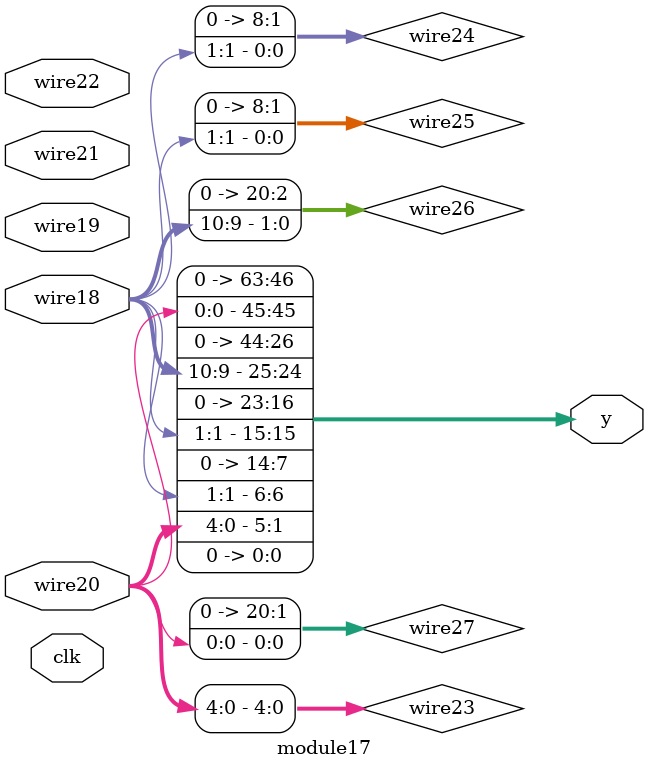
<source format=v>
module top  (y, clk, wire3, wire2, wire1, wire0);
  output wire [(32'h5c):(32'h0)] y;
  input wire [(1'h0):(1'h0)] clk;
  input wire signed [(5'h12):(1'h0)] wire3;
  input wire [(4'ha):(1'h0)] wire2;
  input wire [(5'h12):(1'h0)] wire1;
  input wire signed [(5'h10):(1'h0)] wire0;
  wire signed [(5'h10):(1'h0)] wire173;
  wire signed [(2'h2):(1'h0)] wire172;
  wire signed [(4'ha):(1'h0)] wire171;
  wire signed [(5'h10):(1'h0)] wire168;
  wire signed [(4'hd):(1'h0)] wire167;
  wire signed [(4'hf):(1'h0)] wire165;
  wire [(4'hd):(1'h0)] wire4;
  reg [(3'h6):(1'h0)] reg170 = (1'h0);
  assign y = {wire173,
                 wire172,
                 wire171,
                 wire168,
                 wire167,
                 wire165,
                 wire4,
                 reg170,
                 (1'h0)};
  assign wire4 = (~&(($unsigned((wire2 < (8'had))) ?
                     ((wire2 ? (8'hb0) : wire1) ^ wire0) : wire1) ^~ {wire1}));
  module5 #() modinst166 (wire165, clk, wire3, wire4, wire0, wire1);
  assign wire167 = $unsigned((^(^($signed(wire3) - (^wire3)))));
  module65 #() modinst169 (.wire66(wire165), .y(wire168), .wire67(wire0), .wire68(wire3), .clk(clk), .wire69(wire2));
  always
    @(posedge clk) begin
      reg170 <= wire165[(4'h8):(3'h7)];
    end
  assign wire171 = (wire0 ?
                       $signed($signed((8'ha5))) : ((8'hb0) ?
                           ((8'ha8) <= ((!wire3) * (wire1 == wire4))) : {({wire4,
                                   wire3} || wire3[(4'hd):(4'h8)]),
                               ($signed(wire165) ?
                                   (~^(7'h42)) : $signed(wire165))}));
  assign wire172 = (reg170 ?
                       (wire167[(4'hb):(3'h5)] != $unsigned($signed({(7'h41),
                           reg170}))) : wire3);
  assign wire173 = $unsigned(wire1[(1'h1):(1'h1)]);
endmodule

module module5  (y, clk, wire6, wire7, wire8, wire9);
  output wire [(32'h132):(32'h0)] y;
  input wire [(1'h0):(1'h0)] clk;
  input wire signed [(5'h12):(1'h0)] wire6;
  input wire [(4'hd):(1'h0)] wire7;
  input wire signed [(4'hc):(1'h0)] wire8;
  input wire [(5'h12):(1'h0)] wire9;
  wire [(5'h14):(1'h0)] wire160;
  wire [(4'hb):(1'h0)] wire51;
  wire signed [(5'h10):(1'h0)] wire33;
  wire signed [(3'h6):(1'h0)] wire16;
  wire [(4'hf):(1'h0)] wire31;
  wire [(3'h7):(1'h0)] wire53;
  wire signed [(3'h5):(1'h0)] wire54;
  wire signed [(4'hb):(1'h0)] wire55;
  wire [(4'h9):(1'h0)] wire56;
  wire signed [(3'h7):(1'h0)] wire57;
  wire signed [(4'ha):(1'h0)] wire58;
  wire [(4'hb):(1'h0)] wire59;
  wire signed [(3'h4):(1'h0)] wire60;
  wire signed [(4'hb):(1'h0)] wire61;
  wire [(4'hd):(1'h0)] wire62;
  wire signed [(2'h2):(1'h0)] wire63;
  wire [(4'hb):(1'h0)] wire64;
  wire [(5'h15):(1'h0)] wire92;
  wire signed [(4'hd):(1'h0)] wire158;
  reg [(4'he):(1'h0)] reg164 = (1'h0);
  reg signed [(3'h5):(1'h0)] reg163 = (1'h0);
  reg [(4'h8):(1'h0)] reg162 = (1'h0);
  reg signed [(4'he):(1'h0)] reg161 = (1'h0);
  reg signed [(3'h6):(1'h0)] reg10 = (1'h0);
  reg [(4'ha):(1'h0)] reg11 = (1'h0);
  reg signed [(4'he):(1'h0)] reg12 = (1'h0);
  reg [(2'h2):(1'h0)] reg13 = (1'h0);
  reg [(4'ha):(1'h0)] reg14 = (1'h0);
  reg [(5'h13):(1'h0)] reg15 = (1'h0);
  assign y = {wire160,
                 wire51,
                 wire33,
                 wire16,
                 wire31,
                 wire53,
                 wire54,
                 wire55,
                 wire56,
                 wire57,
                 wire58,
                 wire59,
                 wire60,
                 wire61,
                 wire62,
                 wire63,
                 wire64,
                 wire92,
                 wire158,
                 reg164,
                 reg163,
                 reg162,
                 reg161,
                 reg10,
                 reg11,
                 reg12,
                 reg13,
                 reg14,
                 reg15,
                 (1'h0)};
  always
    @(posedge clk) begin
      reg10 <= (wire8 ?
          {($unsigned($signed(wire6)) >= $unsigned(wire8[(3'h4):(1'h0)])),
              (!($signed(wire7) ? (^~wire9) : (!wire7)))} : (!(($signed(wire9) ?
                  wire7 : $unsigned((8'ha1))) ?
              ((!wire6) ? wire6 : (8'ha0)) : wire7)));
      if (($unsigned($unsigned(reg10[(1'h1):(1'h1)])) >> wire8))
        begin
          reg11 <= $unsigned(wire6);
          reg12 <= wire7;
          reg13 <= wire9;
          reg14 <= $unsigned((~|$signed(((wire7 ^ wire9) >> (+wire6)))));
        end
      else
        begin
          reg11 <= (^(+wire7));
          reg12 <= (reg12 > wire8[(3'h4):(2'h2)]);
        end
      reg15 <= $signed({reg13[(2'h2):(1'h1)]});
    end
  assign wire16 = (+$signed($unsigned((((8'hb9) >= reg15) << {wire9}))));
  module17 #() modinst32 (wire31, clk, reg12, reg15, wire6, wire7, wire9);
  assign wire33 = $signed(({wire16,
                      {$unsigned(wire8),
                          $signed((8'h9c))}} | ((~^$unsigned(wire7)) ?
                      $signed(wire8[(4'ha):(1'h0)]) : ($signed(reg15) < (~|reg13)))));
  module34 #() modinst52 (wire51, clk, reg12, reg15, reg14, wire33);
  assign wire53 = {(^{(((8'ha2) ? wire16 : wire6) ? {(8'ha3), reg11} : wire8),
                          {{(8'ha7), (8'hb8)}}})};
  assign wire54 = (wire16 ? reg13[(2'h2):(1'h0)] : (8'h9e));
  assign wire55 = ($unsigned(wire9[(4'h8):(2'h2)]) <<< ($signed((wire6 ?
                      (reg13 ?
                          reg13 : (8'hac)) : (&reg11))) + (!$signed((wire9 ?
                      wire9 : wire8)))));
  assign wire56 = wire53;
  assign wire57 = ({$signed(reg15), $unsigned((~(&wire33)))} ?
                      $signed($signed((((8'haa) ? wire6 : wire33) ?
                          $signed(wire54) : wire56))) : $unsigned((~|wire56)));
  assign wire58 = reg14;
  assign wire59 = (&(~|($signed($signed(wire53)) ^~ wire31[(2'h3):(1'h1)])));
  assign wire60 = (|(~&(8'ha7)));
  assign wire61 = $unsigned((!wire9));
  assign wire62 = wire54[(2'h3):(2'h2)];
  assign wire63 = (~(~(~^$unsigned($unsigned(reg12)))));
  assign wire64 = wire62[(2'h3):(1'h0)];
  module65 #() modinst93 (wire92, clk, wire33, reg14, wire31, reg10);
  module94 #() modinst159 (wire158, clk, wire61, wire62, wire59, wire92, wire33);
  assign wire160 = (8'hbd);
  always
    @(posedge clk) begin
      reg161 <= wire54;
      if ($signed($signed(reg14)))
        begin
          reg162 <= (8'ha8);
          reg163 <= ($unsigned(reg162[(1'h0):(1'h0)]) ?
              ({reg11[(4'ha):(3'h7)],
                      ((reg12 < wire55) ? (wire33 & wire9) : (8'ha6))} ?
                  (-$unsigned({wire33, reg161})) : ((reg12[(1'h0):(1'h0)] ?
                      reg13 : (~(8'ha8))) >>> ((^~wire7) >= (wire160 ?
                      (8'ha2) : (8'hac))))) : (^(|$unsigned($signed(wire8)))));
          reg164 <= wire8;
        end
      else
        begin
          if ((wire55 ?
              $unsigned($unsigned($unsigned(((8'ha1) >> wire158)))) : $unsigned((~|(!(reg163 || wire92))))))
            begin
              reg162 <= (wire158 <= wire6);
              reg163 <= {wire7[(4'h8):(3'h4)]};
              reg164 <= ($signed((!$signed($signed(wire55)))) >>> (((!(~reg10)) ?
                  ((~^wire63) > $unsigned(wire51)) : wire31[(2'h3):(1'h0)]) | (&{(wire58 <<< wire57)})));
            end
          else
            begin
              reg162 <= (7'h43);
              reg163 <= $unsigned(((~|wire61) ?
                  wire9[(4'hb):(4'ha)] : (-$signed($signed(wire62)))));
              reg164 <= wire51;
            end
        end
    end
endmodule

module module94
#(parameter param157 = ((&(8'hb8)) >= ({(((8'h9d) >> (8'hb0)) ? ((8'hab) ^ (8'haf)) : {(8'hba), (8'hb2)}), (-((7'h44) ? (8'hab) : (8'ha9)))} != (({(8'hbc)} ? ((8'h9f) ? (8'hb9) : (8'ha0)) : (^~(7'h40))) ? ((8'ha2) <= ((8'haf) || (8'hb8))) : ((~|(8'ha6)) ? {(8'hab), (8'hb3)} : (^(7'h40)))))))
(y, clk, wire99, wire98, wire97, wire96, wire95);
  output wire [(32'h266):(32'h0)] y;
  input wire [(1'h0):(1'h0)] clk;
  input wire signed [(4'hb):(1'h0)] wire99;
  input wire [(3'h6):(1'h0)] wire98;
  input wire signed [(3'h6):(1'h0)] wire97;
  input wire signed [(5'h15):(1'h0)] wire96;
  input wire [(4'hb):(1'h0)] wire95;
  wire [(5'h12):(1'h0)] wire156;
  wire [(3'h4):(1'h0)] wire155;
  wire signed [(5'h15):(1'h0)] wire136;
  wire signed [(4'h9):(1'h0)] wire135;
  wire signed [(2'h2):(1'h0)] wire134;
  wire signed [(3'h7):(1'h0)] wire121;
  wire [(4'hc):(1'h0)] wire120;
  wire [(5'h13):(1'h0)] wire110;
  wire [(5'h11):(1'h0)] wire109;
  wire [(3'h5):(1'h0)] wire108;
  wire [(5'h13):(1'h0)] wire107;
  wire [(5'h10):(1'h0)] wire106;
  wire [(4'hb):(1'h0)] wire105;
  wire [(5'h14):(1'h0)] wire104;
  wire [(3'h6):(1'h0)] wire103;
  wire [(2'h3):(1'h0)] wire102;
  wire signed [(3'h7):(1'h0)] wire101;
  wire [(3'h4):(1'h0)] wire100;
  reg signed [(2'h3):(1'h0)] reg154 = (1'h0);
  reg [(5'h13):(1'h0)] reg153 = (1'h0);
  reg [(3'h7):(1'h0)] reg152 = (1'h0);
  reg signed [(5'h13):(1'h0)] reg151 = (1'h0);
  reg signed [(5'h12):(1'h0)] reg150 = (1'h0);
  reg [(4'hc):(1'h0)] reg149 = (1'h0);
  reg [(5'h11):(1'h0)] reg148 = (1'h0);
  reg [(3'h6):(1'h0)] reg147 = (1'h0);
  reg signed [(4'hd):(1'h0)] reg146 = (1'h0);
  reg [(4'h9):(1'h0)] reg145 = (1'h0);
  reg signed [(5'h11):(1'h0)] reg144 = (1'h0);
  reg signed [(5'h14):(1'h0)] reg143 = (1'h0);
  reg [(3'h7):(1'h0)] reg142 = (1'h0);
  reg [(4'h9):(1'h0)] reg141 = (1'h0);
  reg signed [(3'h4):(1'h0)] reg140 = (1'h0);
  reg signed [(5'h14):(1'h0)] reg139 = (1'h0);
  reg [(5'h12):(1'h0)] reg138 = (1'h0);
  reg signed [(3'h4):(1'h0)] reg137 = (1'h0);
  reg [(4'hf):(1'h0)] reg133 = (1'h0);
  reg signed [(5'h13):(1'h0)] reg132 = (1'h0);
  reg [(3'h6):(1'h0)] reg131 = (1'h0);
  reg signed [(4'hb):(1'h0)] reg130 = (1'h0);
  reg [(2'h2):(1'h0)] reg129 = (1'h0);
  reg [(4'hf):(1'h0)] reg128 = (1'h0);
  reg signed [(4'h8):(1'h0)] reg127 = (1'h0);
  reg [(3'h6):(1'h0)] reg126 = (1'h0);
  reg signed [(4'he):(1'h0)] reg125 = (1'h0);
  reg signed [(2'h2):(1'h0)] reg124 = (1'h0);
  reg signed [(2'h2):(1'h0)] reg123 = (1'h0);
  reg signed [(3'h4):(1'h0)] reg122 = (1'h0);
  reg signed [(4'hc):(1'h0)] reg119 = (1'h0);
  reg [(3'h5):(1'h0)] reg118 = (1'h0);
  reg signed [(4'hf):(1'h0)] reg117 = (1'h0);
  reg signed [(4'hc):(1'h0)] reg116 = (1'h0);
  reg signed [(3'h4):(1'h0)] reg115 = (1'h0);
  reg signed [(4'hb):(1'h0)] reg114 = (1'h0);
  reg [(5'h12):(1'h0)] reg113 = (1'h0);
  reg [(3'h6):(1'h0)] reg112 = (1'h0);
  reg signed [(3'h4):(1'h0)] reg111 = (1'h0);
  assign y = {wire156,
                 wire155,
                 wire136,
                 wire135,
                 wire134,
                 wire121,
                 wire120,
                 wire110,
                 wire109,
                 wire108,
                 wire107,
                 wire106,
                 wire105,
                 wire104,
                 wire103,
                 wire102,
                 wire101,
                 wire100,
                 reg154,
                 reg153,
                 reg152,
                 reg151,
                 reg150,
                 reg149,
                 reg148,
                 reg147,
                 reg146,
                 reg145,
                 reg144,
                 reg143,
                 reg142,
                 reg141,
                 reg140,
                 reg139,
                 reg138,
                 reg137,
                 reg133,
                 reg132,
                 reg131,
                 reg130,
                 reg129,
                 reg128,
                 reg127,
                 reg126,
                 reg125,
                 reg124,
                 reg123,
                 reg122,
                 reg119,
                 reg118,
                 reg117,
                 reg116,
                 reg115,
                 reg114,
                 reg113,
                 reg112,
                 reg111,
                 (1'h0)};
  assign wire100 = (-((~(wire95 ? (-wire97) : (|wire95))) - $unsigned(wire95)));
  assign wire101 = ($signed(((~|wire97) ?
                       $signed(wire100[(3'h4):(2'h3)]) : (^$signed(wire99)))) ~^ wire99[(4'hb):(2'h2)]);
  assign wire102 = wire98[(1'h1):(1'h1)];
  assign wire103 = $signed(({$unsigned({wire97, (8'hba)}),
                       wire101} >>> (8'ha5)));
  assign wire104 = (7'h43);
  assign wire105 = $unsigned($signed((!wire103)));
  assign wire106 = $unsigned(($unsigned($unsigned(wire99)) ?
                       wire105[(3'h6):(3'h4)] : $unsigned($signed($unsigned(wire101)))));
  assign wire107 = {wire105};
  assign wire108 = ({wire106, (7'h42)} >>> (^$unsigned(((7'h42) ?
                       $signed(wire96) : $unsigned(wire106)))));
  assign wire109 = wire104[(1'h0):(1'h0)];
  assign wire110 = ({(-(wire95[(1'h0):(1'h0)] ?
                           (wire109 ? wire108 : wire95) : (wire98 ?
                               wire109 : wire99)))} + {$unsigned($signed((wire104 <<< wire97))),
                       wire103[(3'h4):(3'h4)]});
  always
    @(posedge clk) begin
      if (wire106[(1'h1):(1'h1)])
        begin
          reg111 <= {$signed(($unsigned(wire109[(3'h4):(1'h0)]) ^ $unsigned(wire104[(4'hc):(4'h8)]))),
              (8'hb7)};
        end
      else
        begin
          reg111 <= (((({wire110, (8'hb5)} >>> (wire106 - wire106)) * wire106) ?
                  (wire99 ?
                      $signed((wire102 ?
                          wire106 : (8'h9c))) : reg111) : wire109) ?
              $unsigned($signed($unsigned((~^wire95)))) : wire100[(3'h4):(3'h4)]);
          reg112 <= (!{($signed((^~wire97)) ?
                  (wire97 ?
                      (wire96 + wire100) : (~^wire108)) : wire95[(1'h0):(1'h0)])});
          if (((wire103[(2'h3):(2'h2)] ?
                  $unsigned((+(wire98 ?
                      wire110 : wire109))) : wire105[(4'ha):(3'h4)]) ?
              $unsigned(wire96[(3'h6):(2'h2)]) : $unsigned((($unsigned(wire98) <= $unsigned(reg111)) || $unsigned(wire101)))))
            begin
              reg113 <= $unsigned(wire107[(3'h7):(1'h0)]);
              reg114 <= (^~$signed((+$unsigned(wire103))));
              reg115 <= wire104[(1'h1):(1'h1)];
              reg116 <= (~^(wire106[(1'h1):(1'h0)] ^~ reg112[(3'h5):(1'h1)]));
              reg117 <= ((~&(({wire102, wire100} ? {reg115} : (!wire104)) ?
                  ($signed(wire110) ?
                      $signed(wire109) : $unsigned(reg115)) : $unsigned($signed((8'hbb))))) | wire105);
            end
          else
            begin
              reg113 <= {$signed(wire105[(4'ha):(2'h3)])};
              reg114 <= (^~(((~|$unsigned(reg117)) ?
                      (reg116[(2'h2):(1'h1)] * reg116[(3'h5):(3'h5)]) : (^{wire103})) ?
                  $unsigned((^~wire109)) : reg116));
            end
          reg118 <= $unsigned((!$signed(reg114[(4'h9):(1'h1)])));
          reg119 <= (!(-((wire95 < $signed((8'hbf))) ?
              wire110 : ((~|wire99) << wire95[(2'h3):(2'h3)]))));
        end
    end
  assign wire120 = $unsigned(reg113);
  assign wire121 = $signed($unsigned((8'haa)));
  always
    @(posedge clk) begin
      reg122 <= reg112[(1'h1):(1'h0)];
      reg123 <= $signed(((wire100[(1'h0):(1'h0)] ?
              $signed($unsigned(wire102)) : (7'h43)) ?
          wire103[(2'h2):(2'h2)] : reg119[(3'h4):(1'h1)]));
      if (wire109)
        begin
          reg124 <= ($unsigned(wire120[(4'h8):(2'h2)]) || (($unsigned($unsigned(wire107)) ?
              wire95 : (wire108 ?
                  (!wire104) : reg112)) * $signed(wire109[(4'hf):(4'hf)])));
          if (reg124[(1'h1):(1'h1)])
            begin
              reg125 <= reg113[(1'h0):(1'h0)];
            end
          else
            begin
              reg125 <= (reg114[(1'h0):(1'h0)] ?
                  $signed($unsigned((8'ha7))) : (wire97 ?
                      {reg122} : $signed($signed($unsigned(wire105)))));
              reg126 <= wire121[(2'h3):(1'h0)];
              reg127 <= (!reg124[(1'h0):(1'h0)]);
              reg128 <= ($signed(reg114) < wire106[(4'h8):(4'h8)]);
            end
          if ($signed(({reg126,
              ((reg116 < (8'ha8)) * wire109)} >>> ($unsigned($signed(wire95)) << $signed((-(8'hb7)))))))
            begin
              reg129 <= {$signed((wire104 ?
                      reg114[(4'h9):(4'h8)] : $unsigned(wire95))),
                  (!{{wire110[(2'h3):(1'h0)]}})};
              reg130 <= (!reg112[(3'h6):(3'h6)]);
              reg131 <= (wire103 ^ (reg122[(2'h2):(1'h1)] & $unsigned(reg123[(2'h2):(2'h2)])));
            end
          else
            begin
              reg129 <= ((wire104 != (($unsigned(reg119) ?
                          reg113 : $signed((8'hb1))) ?
                      wire110 : ((8'hbc) ? wire120 : {reg124}))) ?
                  {reg112, (^{reg129})} : wire105);
              reg130 <= wire97[(1'h1):(1'h0)];
              reg131 <= reg123;
              reg132 <= reg113[(4'hf):(3'h5)];
              reg133 <= $unsigned((reg132[(5'h10):(4'hd)] ?
                  (8'ha8) : $unsigned((wire100[(3'h4):(2'h2)] >>> (&(8'ha9))))));
            end
        end
      else
        begin
          reg124 <= ((^~((reg133 ? reg128 : (reg129 ? wire107 : reg131)) ?
                  ((reg127 >= reg123) ?
                      (wire120 ?
                          wire102 : reg124) : $signed(wire108)) : (~|$unsigned((8'hbc))))) ?
              reg118 : (~&$signed($unsigned(reg119))));
        end
    end
  assign wire134 = $unsigned(reg125);
  assign wire135 = (wire102[(2'h3):(2'h3)] ?
                       wire105[(4'h8):(3'h4)] : wire103[(3'h5):(2'h3)]);
  assign wire136 = (|reg114);
  always
    @(posedge clk) begin
      reg137 <= $signed({reg119});
      reg138 <= $signed((!{(8'hb9),
          ((&wire135) ? wire136[(4'he):(2'h2)] : (+reg126))}));
      if (wire121[(2'h2):(1'h0)])
        begin
          reg139 <= {((~wire104) ?
                  (!reg124[(2'h2):(1'h0)]) : (({reg130, reg118} & ((8'hb0) ?
                          reg112 : wire134)) ?
                      ((|wire105) < (reg138 ^ reg137)) : ($unsigned(wire101) != $signed(wire100))))};
          if (({(~reg128), wire135[(3'h5):(1'h1)]} <= $unsigned(reg116)))
            begin
              reg140 <= reg122[(1'h1):(1'h0)];
              reg141 <= $unsigned(((reg132[(3'h6):(2'h2)] ?
                  wire99[(3'h5):(2'h3)] : wire105[(4'hb):(4'h8)]) ~^ $signed(($signed((8'ha5)) ?
                  wire100[(3'h4):(2'h2)] : wire109))));
              reg142 <= (~(wire109 ?
                  $signed(wire95[(3'h7):(1'h1)]) : ({$signed(reg131)} ^~ reg113)));
            end
          else
            begin
              reg140 <= wire104[(4'ha):(4'h9)];
            end
          if (($unsigned(wire121[(1'h0):(1'h0)]) ?
              (reg140 ?
                  $signed(($unsigned(wire98) || $unsigned(wire135))) : reg117) : ($signed(($signed(wire100) ?
                      reg133 : (reg142 >> reg129))) ?
                  $unsigned($unsigned(reg138[(4'ha):(3'h5)])) : reg113[(4'hb):(2'h2)])))
            begin
              reg143 <= (wire121[(2'h3):(1'h0)] ?
                  (!reg125) : $unsigned(reg116));
            end
          else
            begin
              reg143 <= reg131;
              reg144 <= wire106;
              reg145 <= reg119[(3'h4):(1'h1)];
              reg146 <= (wire121[(2'h2):(2'h2)] ?
                  wire110[(1'h1):(1'h1)] : $signed((wire105 < ((~|reg111) ?
                      $unsigned(reg139) : $unsigned(reg132)))));
            end
          reg147 <= reg116[(4'hc):(3'h7)];
          reg148 <= (wire110[(4'h8):(4'h8)] ?
              reg131[(3'h4):(1'h0)] : $signed(wire107));
        end
      else
        begin
          if (wire134)
            begin
              reg139 <= $unsigned((^reg132));
              reg140 <= wire100;
            end
          else
            begin
              reg139 <= reg130[(1'h1):(1'h0)];
            end
          reg141 <= (wire100 ? wire103 : $signed((+reg145)));
        end
      if ((reg126 ?
          (wire134[(1'h1):(1'h1)] ?
              ((wire98[(3'h6):(3'h6)] <<< reg117) ?
                  ((reg146 ? wire99 : reg140) ?
                      (reg147 | wire120) : ((8'hb2) && (8'had))) : $signed(reg137[(1'h0):(1'h0)])) : wire136) : $signed($unsigned(((~^reg123) ?
              (reg146 ? (8'h9d) : reg127) : (reg141 != reg122))))))
        begin
          reg149 <= reg137;
          reg150 <= {$signed($unsigned($unsigned((&wire109)))),
              ((|reg129) >= $unsigned((~^reg129)))};
        end
      else
        begin
          reg149 <= reg117;
          reg150 <= (&{(^reg125), reg126[(3'h5):(3'h4)]});
          reg151 <= reg140;
          reg152 <= reg150;
          reg153 <= (($unsigned(reg137[(2'h3):(2'h3)]) + $signed(reg145)) ?
              ($signed((!reg133[(4'ha):(1'h0)])) ?
                  $unsigned({$unsigned((8'hb4))}) : wire108) : ($signed({wire105,
                  (~(7'h42))}) != ((reg149[(3'h4):(3'h4)] ?
                  $unsigned(reg143) : wire108) == reg152)));
        end
      reg154 <= (-($unsigned($signed(reg111[(2'h2):(1'h1)])) ?
          (wire106[(1'h1):(1'h1)] ?
              $signed((-reg143)) : $unsigned(reg114)) : (reg126 ?
              ((-reg123) ? $signed(wire106) : (-wire100)) : $signed((wire95 ?
                  (8'ha7) : wire102)))));
    end
  assign wire155 = (~^$signed($signed((wire135[(1'h0):(1'h0)] >>> (wire105 ?
                       reg137 : wire101)))));
  assign wire156 = (~&wire109);
endmodule

module module65  (y, clk, wire69, wire68, wire67, wire66);
  output wire [(32'hc1):(32'h0)] y;
  input wire [(1'h0):(1'h0)] clk;
  input wire [(4'ha):(1'h0)] wire69;
  input wire [(2'h2):(1'h0)] wire68;
  input wire [(4'hf):(1'h0)] wire67;
  input wire signed [(3'h4):(1'h0)] wire66;
  wire [(3'h7):(1'h0)] wire91;
  wire [(3'h7):(1'h0)] wire90;
  wire [(4'he):(1'h0)] wire89;
  wire [(5'h11):(1'h0)] wire88;
  wire [(4'ha):(1'h0)] wire82;
  wire [(4'hb):(1'h0)] wire81;
  wire [(3'h6):(1'h0)] wire80;
  wire signed [(3'h4):(1'h0)] wire79;
  wire [(3'h5):(1'h0)] wire78;
  wire signed [(4'h8):(1'h0)] wire77;
  wire signed [(2'h2):(1'h0)] wire76;
  wire signed [(5'h11):(1'h0)] wire75;
  wire [(4'h8):(1'h0)] wire74;
  wire [(2'h2):(1'h0)] wire73;
  wire [(5'h11):(1'h0)] wire72;
  wire [(4'ha):(1'h0)] wire71;
  wire [(4'he):(1'h0)] wire70;
  reg signed [(3'h4):(1'h0)] reg87 = (1'h0);
  reg signed [(3'h7):(1'h0)] reg86 = (1'h0);
  reg [(4'hd):(1'h0)] reg85 = (1'h0);
  reg [(3'h4):(1'h0)] reg84 = (1'h0);
  reg [(3'h5):(1'h0)] reg83 = (1'h0);
  assign y = {wire91,
                 wire90,
                 wire89,
                 wire88,
                 wire82,
                 wire81,
                 wire80,
                 wire79,
                 wire78,
                 wire77,
                 wire76,
                 wire75,
                 wire74,
                 wire73,
                 wire72,
                 wire71,
                 wire70,
                 reg87,
                 reg86,
                 reg85,
                 reg84,
                 reg83,
                 (1'h0)};
  assign wire70 = $signed((~|$unsigned($signed((~|wire67)))));
  assign wire71 = (wire69[(3'h4):(3'h4)] ^ (+(wire67 ?
                      $unsigned((wire69 >> wire70)) : wire70[(3'h6):(1'h0)])));
  assign wire72 = (~^wire69);
  assign wire73 = (!(wire68 ?
                      $unsigned((+{wire70,
                          wire72})) : ($signed((wire71 - wire66)) ?
                          ($signed(wire67) ?
                              $unsigned(wire69) : (~|wire70)) : $signed($unsigned(wire68)))));
  assign wire74 = wire67;
  assign wire75 = (^~{{wire74[(4'h8):(2'h3)], wire67}, $signed(wire70)});
  assign wire76 = wire71;
  assign wire77 = ((wire68[(1'h0):(1'h0)] ?
                      $unsigned($unsigned(wire71[(2'h3):(2'h2)])) : (&((wire74 ?
                              wire74 : wire68) ?
                          wire74[(2'h2):(1'h1)] : (~wire66)))) || {wire66});
  assign wire78 = wire75[(2'h2):(1'h0)];
  assign wire79 = (^((8'hab) & wire73[(1'h1):(1'h0)]));
  assign wire80 = ($signed((!(|(wire73 ? (8'hb9) : (8'hb2))))) ?
                      ((($unsigned(wire67) && (wire77 ? (8'h9f) : wire77)) ?
                              wire71[(2'h2):(1'h1)] : wire67[(1'h0):(1'h0)]) ?
                          wire79[(3'h4):(2'h3)] : wire78) : wire73[(2'h2):(2'h2)]);
  assign wire81 = (wire76[(1'h0):(1'h0)] << (&wire71[(2'h3):(2'h3)]));
  assign wire82 = (^((wire67 ?
                          ((wire80 << wire71) ?
                              wire76 : wire75) : ($signed(wire66) < wire67[(1'h0):(1'h0)])) ?
                      ($signed($unsigned(wire66)) | wire80) : ($unsigned((~wire72)) >= (wire74[(3'h7):(3'h6)] | $signed((7'h44))))));
  always
    @(posedge clk) begin
      reg83 <= ((-{((~&wire82) + $signed(wire75)), $unsigned(wire73)}) ?
          wire81[(3'h6):(3'h6)] : ((~|$signed(((7'h40) != wire73))) == wire73));
      reg84 <= (wire67[(4'h8):(3'h5)] ?
          (wire66[(2'h2):(1'h0)] == $signed($signed((wire74 ?
              wire79 : wire73)))) : $unsigned(wire75));
      reg85 <= wire74[(3'h4):(2'h3)];
      reg86 <= (^~($unsigned(({wire66, (7'h42)} ?
              (~^wire77) : reg85[(4'h9):(4'h9)])) ?
          $unsigned((7'h42)) : $unsigned($signed($unsigned(wire79)))));
      reg87 <= wire73[(1'h1):(1'h0)];
    end
  assign wire88 = wire70[(3'h5):(3'h4)];
  assign wire89 = (+(wire82 ?
                      (wire71[(4'h8):(4'h8)] ?
                          wire80[(2'h2):(1'h0)] : (wire76[(1'h1):(1'h1)] ?
                              wire80 : wire73)) : reg83));
  assign wire90 = (~(^wire74[(3'h7):(3'h7)]));
  assign wire91 = ((8'hac) ?
                      (wire68 ?
                          (($unsigned(reg84) ^ $unsigned(wire68)) ?
                              wire77[(3'h5):(1'h0)] : {(wire90 ?
                                      (7'h42) : wire75),
                                  (wire73 > wire88)}) : reg86[(3'h4):(1'h0)]) : ($unsigned(wire72) ~^ $signed((+wire90[(3'h5):(2'h2)]))));
endmodule

module module34
#(parameter param49 = (&((^~{(~&(8'hb5))}) ? ((((8'ha1) >>> (8'haa)) >>> ((8'hb3) >>> (8'haa))) << (~|((7'h41) ^~ (8'hab)))) : {(((7'h43) ? (8'ha1) : (8'hbf)) ^ ((8'hae) ? (8'hb8) : (8'hba)))})), 
parameter param50 = ((~&(~^(8'hb4))) < ((param49 ? {param49} : (!(param49 ? param49 : param49))) >= ((|param49) ^~ (((7'h44) ~^ param49) ? (param49 && param49) : (param49 < param49))))))
(y, clk, wire38, wire37, wire36, wire35);
  output wire [(32'h62):(32'h0)] y;
  input wire [(1'h0):(1'h0)] clk;
  input wire [(4'hc):(1'h0)] wire38;
  input wire [(5'h11):(1'h0)] wire37;
  input wire [(2'h3):(1'h0)] wire36;
  input wire [(5'h10):(1'h0)] wire35;
  wire signed [(4'h8):(1'h0)] wire48;
  wire signed [(5'h15):(1'h0)] wire47;
  wire [(4'h8):(1'h0)] wire46;
  wire signed [(5'h11):(1'h0)] wire45;
  wire [(3'h5):(1'h0)] wire44;
  wire [(4'he):(1'h0)] wire43;
  wire [(2'h3):(1'h0)] wire42;
  wire [(3'h6):(1'h0)] wire40;
  wire [(3'h7):(1'h0)] wire39;
  reg [(4'h8):(1'h0)] reg41 = (1'h0);
  assign y = {wire48,
                 wire47,
                 wire46,
                 wire45,
                 wire44,
                 wire43,
                 wire42,
                 wire40,
                 wire39,
                 reg41,
                 (1'h0)};
  assign wire39 = $unsigned({wire37[(5'h10):(1'h0)]});
  assign wire40 = $unsigned((wire37[(1'h1):(1'h1)] ?
                      ((!$signed(wire35)) == (^(wire35 << wire38))) : wire39));
  always
    @(posedge clk) begin
      reg41 <= (wire35[(4'h8):(1'h1)] ?
          wire39[(1'h0):(1'h0)] : {(wire36 <= (wire36[(1'h0):(1'h0)] && $unsigned(wire39)))});
    end
  assign wire42 = $unsigned(((|wire40[(2'h3):(1'h1)]) || wire35[(4'hf):(4'hf)]));
  assign wire43 = ((8'hb9) - $signed(wire36));
  assign wire44 = $unsigned((&((wire39[(3'h4):(2'h2)] ?
                      wire36[(1'h1):(1'h1)] : wire42) + wire35[(4'ha):(1'h1)])));
  assign wire45 = $unsigned((!wire35));
  assign wire46 = {{wire38}};
  assign wire47 = $unsigned(($signed((((8'haa) ? wire35 : wire35) <= ((8'ha4) ?
                          wire38 : wire42))) ?
                      ((wire44 ? $signed(wire35) : wire46) ?
                          wire39[(3'h6):(2'h3)] : $unsigned($signed(reg41))) : wire35));
  assign wire48 = wire40[(2'h2):(1'h1)];
endmodule

module module17
#(parameter param29 = (^((((-(8'h9f)) ? (~^(8'ha1)) : (~|(8'h9e))) <<< (((8'hab) ~^ (8'hbe)) ? ((7'h44) ? (8'ha6) : (8'hb7)) : (^(8'hb8)))) ? (((~&(8'hb3)) ? {(8'hbe), (8'hbe)} : (&(8'hb2))) ? ((~&(8'hbc)) & {(8'hba)}) : (8'ha8)) : ((~|{(8'h9f), (7'h40)}) ? ((~&(8'ha8)) ? (~|(8'hba)) : ((8'hbc) | (8'ha4))) : (((8'hb6) < (8'hbc)) == (~^(8'hbb)))))), 
parameter param30 = ((|(((param29 ? param29 : (8'haf)) == (param29 ? param29 : (8'hb6))) ? (~^(^~param29)) : ((param29 ? (8'haa) : param29) ? (param29 ? param29 : param29) : {param29, param29}))) != param29))
(y, clk, wire22, wire21, wire20, wire19, wire18);
  output wire [(32'h3f):(32'h0)] y;
  input wire [(1'h0):(1'h0)] clk;
  input wire [(4'he):(1'h0)] wire22;
  input wire signed [(5'h13):(1'h0)] wire21;
  input wire [(4'h9):(1'h0)] wire20;
  input wire [(4'hd):(1'h0)] wire19;
  input wire signed [(5'h12):(1'h0)] wire18;
  wire signed [(2'h2):(1'h0)] wire28;
  wire [(5'h14):(1'h0)] wire27;
  wire [(5'h14):(1'h0)] wire26;
  wire signed [(4'h8):(1'h0)] wire25;
  wire [(4'h8):(1'h0)] wire24;
  wire [(3'h4):(1'h0)] wire23;
  assign y = {wire28, wire27, wire26, wire25, wire24, wire23, (1'h0)};
  assign wire23 = {{(wire20[(2'h2):(2'h2)] ?
                              (wire18[(5'h10):(2'h2)] + wire21[(4'hb):(1'h1)]) : $unsigned($signed(wire22)))},
                      wire20[(3'h6):(1'h0)]};
  assign wire24 = wire18[(1'h1):(1'h1)];
  assign wire25 = $unsigned(wire24);
  assign wire26 = wire18[(4'ha):(4'h9)];
  assign wire27 = wire23[(1'h0):(1'h0)];
  assign wire28 = ((^~$unsigned($signed($unsigned(wire22)))) ?
                      (((~(-wire22)) ?
                          $signed($unsigned((8'haa))) : ((~wire20) ?
                              (wire22 ?
                                  wire22 : wire20) : wire22[(4'hd):(3'h5)])) | wire18[(1'h0):(1'h0)]) : $unsigned($unsigned($unsigned(wire18[(4'hc):(1'h0)]))));
endmodule

</source>
